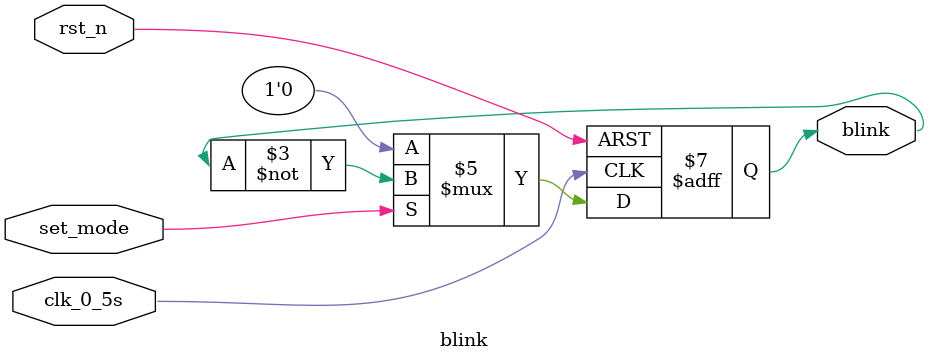
<source format=v>
module blink (
    input clk_0_5s,
    input rst_n,
    input set_mode,
    output reg blink
);
always @(posedge clk_0_5s or negedge rst_n) begin
    if (!rst_n) begin
        blink <=0;
    end
    else if (set_mode) begin
        blink <= ~blink;
    end
    else begin
        blink <=0;
    end
    end
endmodule
</source>
